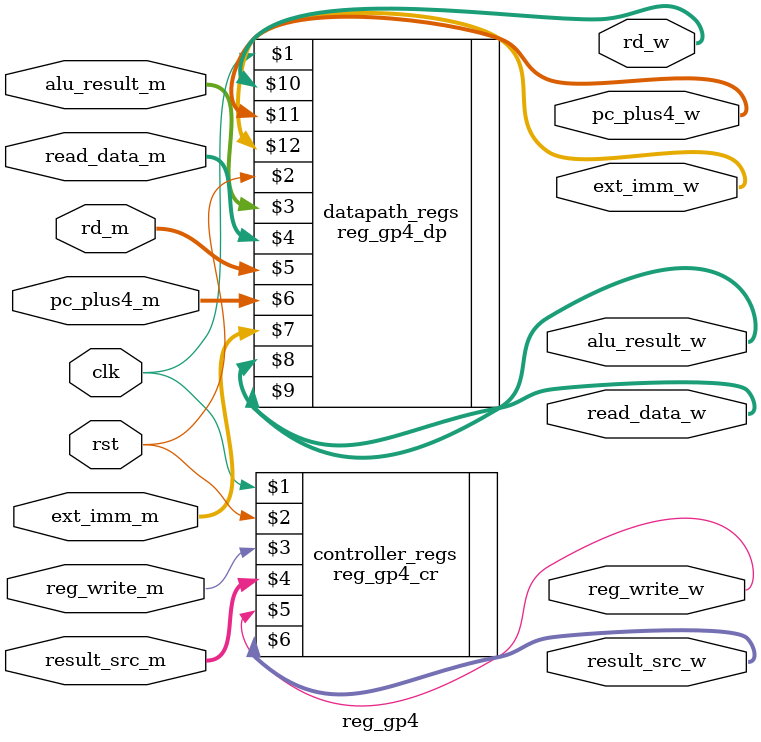
<source format=v>
module reg_gp4(clk, rst, reg_write_m, result_src_m,
    reg_write_w, result_src_w, alu_result_m,
    read_data_m, rd_m, pc_plus4_m, ext_imm_m,
    alu_result_w, read_data_w, rd_w, pc_plus4_w, ext_imm_w);
    input clk, rst;

    // Datapath signals:
    input [4:0] rd_m;
    input [31:0] alu_result_m, read_data_m,
        pc_plus4_m, ext_imm_m;
    output [4:0] rd_w;
    output [31:0] alu_result_w, read_data_w,
        pc_plus4_w, ext_imm_w;

    // Controller signals:
    input reg_write_m;
    input [1:0] result_src_m;
    output reg_write_w;
    output [1:0] result_src_w;

    // Instantiate of datapath and controller:
    reg_gp4_dp datapath_regs(clk, rst, alu_result_m, read_data_m,
    rd_m, pc_plus4_m, ext_imm_m, alu_result_w, read_data_w,
    rd_w, pc_plus4_w, ext_imm_w);
    reg_gp4_cr controller_regs(clk, rst, reg_write_m, result_src_m,
    reg_write_w, result_src_w);


endmodule

</source>
